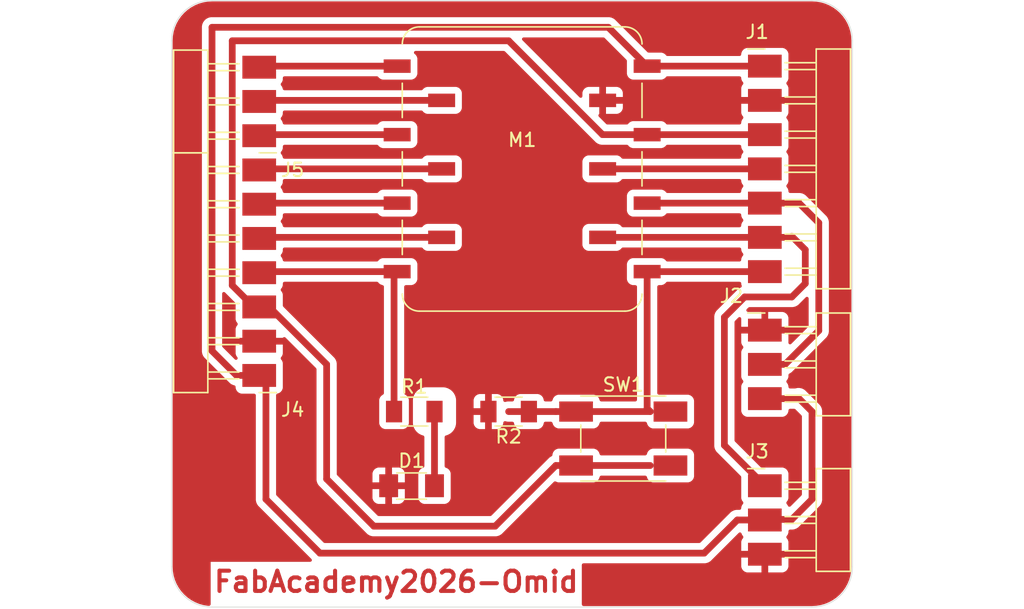
<source format=kicad_pcb>
(kicad_pcb (version 20241229) (generator "pcbnew") (generator_version "9.0")
  (layers (0 "F.Cu" signal) (2 "B.Cu" signal) (13 "F.Paste" user) (15 "B.Paste" user) (5 "F.SilkS" user "F.Silkscreen") (7 "B.SilkS" user "B.Silkscreen") (1 "F.Mask" user) (3 "B.Mask" user) (25 "Edge.Cuts" user))
  (net 0 "")
  (net 1 "PWR_GND")
  (net 2 "Net-(D1-A)")
  (net 3 "PWR_5V")
  (net 4 "/D10")
  (net 5 "PWR_3V3")
  (net 6 "/D8")
  (net 7 "/D9")
  (net 8 "/D7")
  (net 9 "/D6")
  (net 10 "/SDA")
  (net 11 "/SCL")
  (net 12 "/D3")
  (net 13 "/D0")
  (net 14 "/D2")
  (net 15 "/D1")
  (footprint "PCM_fab:Module_XIAO_Generic_SocketSMD" (layer "F.Cu") (at 142 87)
    (property "Reference" "M1" (at 0.0025 -2.149 0) (layer "F.SilkS"))
    (property "Value" "Module_XIAO_Generic_SocketSMD")
    (fp_line (start -8.89 -6.35) (end -8.89 -3.81) (stroke (width 0.12)) (layer "F.SilkS"))
    (fp_line (start -8.89 -1.27) (end -8.89 1.27) (stroke (width 0.12)) (layer "F.SilkS"))
    (fp_line (start -8.89 3.81) (end -8.89 6.35) (stroke (width 0.12)) (layer "F.SilkS"))
    (fp_line (start -7.6175 -10.531) (end 7.6225 -10.531) (stroke (width 0.12)) (layer "F.SilkS"))
    (fp_line (start 7.6225 10.551) (end -7.6175 10.551) (stroke (width 0.12)) (layer "F.SilkS"))
    (fp_line (start 8.89 -6.35) (end 8.89 -3.81) (stroke (width 0.12)) (layer "F.SilkS"))
    (fp_line (start 8.89 -1.27) (end 8.89 1.27) (stroke (width 0.12)) (layer "F.SilkS"))
    (fp_line (start 8.89 3.81) (end 8.89 6.35) (stroke (width 0.12)) (layer "F.SilkS"))
    (fp_arc (start -8.8875 -9.261) (mid -8.515526 -10.159026) (end -7.6175 -10.531) (stroke (width 0.12)) (layer "F.SilkS"))
    (fp_arc (start -7.6175 10.551) (mid -8.515526 10.179026) (end -8.8875 9.281) (stroke (width 0.12)) (layer "F.SilkS"))
    (fp_arc (start 7.6225 -10.531) (mid 8.520526 -10.159026) (end 8.8925 -9.261) (stroke (width 0.12)) (layer "F.SilkS"))
    (fp_arc (start 8.8925 9.281) (mid 8.520526 10.179026) (end 7.6225 10.551) (stroke (width 0.12)) (layer "F.SilkS"))
    (pad "1" smd rect (at -9.27 -7.62) (size 2 1) (layers "F.Cu" "F.Mask" "F.Paste") (net 13 "/D0"))
    (pad "2" smd rect (at -5.97 -5.08) (size 2 1) (layers "F.Cu" "F.Mask" "F.Paste") (net 15 "/D1"))
    (pad "3" smd rect (at -9.27 -2.54) (size 2 1) (layers "F.Cu" "F.Mask" "F.Paste") (net 14 "/D2"))
    (pad "4" smd rect (at -5.97 0) (size 2 1) (layers "F.Cu" "F.Mask" "F.Paste") (net 12 "/D3"))
    (pad "5" smd rect (at -9.27 2.54) (size 2 1) (layers "F.Cu" "F.Mask" "F.Paste") (net 10 "/SDA"))
    (pad "6" smd rect (at -5.97 5.08) (size 2 1) (layers "F.Cu" "F.Mask" "F.Paste") (net 11 "/SCL"))
    (pad "7" smd rect (at -9.27 7.62) (size 2 1) (layers "F.Cu" "F.Mask" "F.Paste") (net 9 "/D6"))
    (pad "8" smd rect (at 9.27 7.62) (size 2 1) (layers "F.Cu" "F.Mask" "F.Paste") (net 8 "/D7"))
    (pad "9" smd rect (at 5.97 5.08) (size 2 1) (layers "F.Cu" "F.Mask" "F.Paste") (net 6 "/D8"))
    (pad "10" smd rect (at 9.27 2.54) (size 2 1) (layers "F.Cu" "F.Mask" "F.Paste") (net 7 "/D9"))
    (pad "11" smd rect (at 5.97 0) (size 2 1) (layers "F.Cu" "F.Mask" "F.Paste") (net 4 "/D10"))
    (pad "12" smd rect (at 9.27 -2.54) (size 2 1) (layers "F.Cu" "F.Mask" "F.Paste") (net 5 "PWR_3V3"))
    (pad "13" smd rect (at 5.97 -5.08) (size 2 1) (layers "F.Cu" "F.Mask" "F.Paste") (net 1 "PWR_GND"))
    (pad "14" smd rect (at 9.27 -7.62) (size 2 1) (layers "F.Cu" "F.Mask" "F.Paste") (net 3 "PWR_5V"))
  )
  (footprint "PCM_fab:LED_1206" (layer "F.Cu") (at 133.8 110.5)
    (property "Reference" "D1" (at 0 -1.85 0) (layer "F.SilkS"))
    (property "Value" "LED_1206")
    (fp_line (start -1.1 -0.95) (end 1.1 -0.95) (stroke (width 0.12)) (layer "F.SilkS"))
    (fp_line (start -1.1 1) (end 1.1 1) (stroke (width 0.12)) (layer "F.SilkS"))
    (pad "1" smd rect (at -1.7 0) (size 1.4 1.7) (layers "F.Cu" "F.Mask" "F.Paste") (net 1 "PWR_GND"))
    (pad "2" smd rect (at 1.7 0) (size 1.4 1.7) (layers "F.Cu" "F.Mask" "F.Paste") (net 2 "Net-(D1-A)"))
  )
  (footprint "PCM_fab:PinHeader_01x07_P2.54mm_Horizontal_SMD" (layer "F.Cu") (at 160 79.38)
    (property "Reference" "J1" (at -1.524 -2.54 180) (layer "F.SilkS") (effects (justify left)))
    (property "Value" "PinHeader_01x07_P2.54mm_Horizontal_SMD")
    (fp_line (start -1.27 -1.27) (end 0 -1.27) (stroke (width 0.12)) (layer "F.SilkS"))
    (fp_line (start 3.81 -1.27) (end 6.35 -1.27) (stroke (width 0.12)) (layer "F.SilkS"))
    (fp_line (start 3.81 -0.254) (end 1.5 -0.254) (stroke (width 0.12)) (layer "F.SilkS"))
    (fp_line (start 3.81 0.254) (end 1.5 0.254) (stroke (width 0.12)) (layer "F.SilkS"))
    (fp_line (start 3.81 2.286) (end 1.5 2.286) (stroke (width 0.12)) (layer "F.SilkS"))
    (fp_line (start 3.81 2.794) (end 1.5 2.794) (stroke (width 0.12)) (layer "F.SilkS"))
    (fp_line (start 3.81 4.826) (end 1.5 4.826) (stroke (width 0.12)) (layer "F.SilkS"))
    (fp_line (start 3.81 5.334) (end 1.5 5.334) (stroke (width 0.12)) (layer "F.SilkS"))
    (fp_line (start 3.81 7.366) (end 1.5 7.366) (stroke (width 0.12)) (layer "F.SilkS"))
    (fp_line (start 3.81 7.874) (end 1.5 7.874) (stroke (width 0.12)) (layer "F.SilkS"))
    (fp_line (start 3.81 9.906) (end 1.5 9.906) (stroke (width 0.12)) (layer "F.SilkS"))
    (fp_line (start 3.81 10.414) (end 1.5 10.414) (stroke (width 0.12)) (layer "F.SilkS"))
    (fp_line (start 3.81 12.446) (end 1.5 12.446) (stroke (width 0.12)) (layer "F.SilkS"))
    (fp_line (start 3.81 12.954) (end 1.5 12.954) (stroke (width 0.12)) (layer "F.SilkS"))
    (fp_line (start 3.81 14.986) (end 1.5 14.986) (stroke (width 0.12)) (layer "F.SilkS"))
    (fp_line (start 3.81 15.494) (end 1.5 15.494) (stroke (width 0.12)) (layer "F.SilkS"))
    (fp_line (start 3.81 16.51) (end 3.81 -1.27) (stroke (width 0.12)) (layer "F.SilkS"))
    (fp_line (start 6.35 -1.27) (end 6.35 16.51) (stroke (width 0.12)) (layer "F.SilkS"))
    (fp_line (start 6.35 16.51) (end 3.81 16.51) (stroke (width 0.12)) (layer "F.SilkS"))
    (pad "1" smd rect (at 0 0) (size 2.5 1.7) (layers "F.Cu" "F.Mask" "F.Paste") (net 3 "PWR_5V"))
    (pad "2" smd rect (at 0 2.54) (size 2.5 1.7) (layers "F.Cu" "F.Mask" "F.Paste") (net 1 "PWR_GND"))
    (pad "3" smd rect (at 0 5.08) (size 2.5 1.7) (layers "F.Cu" "F.Mask" "F.Paste") (net 5 "PWR_3V3"))
    (pad "4" smd rect (at 0 7.62) (size 2.5 1.7) (layers "F.Cu" "F.Mask" "F.Paste") (net 4 "/D10"))
    (pad "5" smd rect (at 0 10.16) (size 2.5 1.7) (layers "F.Cu" "F.Mask" "F.Paste") (net 7 "/D9"))
    (pad "6" smd rect (at 0 12.7) (size 2.5 1.7) (layers "F.Cu" "F.Mask" "F.Paste") (net 6 "/D8"))
    (pad "7" smd rect (at 0 15.24) (size 2.5 1.7) (layers "F.Cu" "F.Mask" "F.Paste") (net 8 "/D7"))
  )
  (footprint "PCM_fab:R_1206" (layer "F.Cu") (at 134 105)
    (property "Reference" "R1" (at 0 -1.85 0) (layer "F.SilkS"))
    (property "Value" "R_1206")
    (fp_line (start -1 -1.07) (end 1 -1.07) (stroke (width 0.12)) (layer "F.SilkS"))
    (fp_line (start 1 1.07) (end -1 1.07) (stroke (width 0.12)) (layer "F.SilkS"))
    (pad "1" smd rect (at -1.5 0) (size 1.2 1.6) (layers "F.Cu" "F.Mask" "F.Paste") (net 9 "/D6"))
    (pad "2" smd rect (at 1.5 0) (size 1.2 1.6) (layers "F.Cu" "F.Mask" "F.Paste") (net 2 "Net-(D1-A)") (clearance 1))
  )
  (footprint "PCM_fab:PinHeader_01x03_P2.54mm_Horizontal_SMD" (layer "F.Cu") (at 160 110.5)
    (property "Reference" "J3" (at -1.524 -2.54 180) (layer "F.SilkS") (effects (justify left)))
    (property "Value" "PinHeader_01x03_P2.54mm_Horizontal_SMD")
    (fp_line (start -1.27 -1.27) (end 0 -1.27) (stroke (width 0.12)) (layer "F.SilkS"))
    (fp_line (start 3.81 -1.27) (end 6.35 -1.27) (stroke (width 0.12)) (layer "F.SilkS"))
    (fp_line (start 3.81 -0.254) (end 1.5 -0.254) (stroke (width 0.12)) (layer "F.SilkS"))
    (fp_line (start 3.81 0.254) (end 1.5 0.254) (stroke (width 0.12)) (layer "F.SilkS"))
    (fp_line (start 3.81 2.286) (end 1.5 2.286) (stroke (width 0.12)) (layer "F.SilkS"))
    (fp_line (start 3.81 2.794) (end 1.5 2.794) (stroke (width 0.12)) (layer "F.SilkS"))
    (fp_line (start 3.81 4.826) (end 1.5 4.826) (stroke (width 0.12)) (layer "F.SilkS"))
    (fp_line (start 3.81 5.334) (end 1.5 5.334) (stroke (width 0.12)) (layer "F.SilkS"))
    (fp_line (start 3.81 6.35) (end 3.81 -1.27) (stroke (width 0.12)) (layer "F.SilkS"))
    (fp_line (start 6.35 -1.27) (end 6.35 6.35) (stroke (width 0.12)) (layer "F.SilkS"))
    (fp_line (start 6.35 6.35) (end 3.81 6.35) (stroke (width 0.12)) (layer "F.SilkS"))
    (pad "1" smd rect (at 0 0) (size 2.5 1.7) (layers "F.Cu" "F.Mask" "F.Paste") (net 6 "/D8"))
    (pad "2" smd rect (at 0 2.54) (size 2.5 1.7) (layers "F.Cu" "F.Mask" "F.Paste") (net 3 "PWR_5V"))
    (pad "3" smd rect (at 0 5.08) (size 2.5 1.7) (layers "F.Cu" "F.Mask" "F.Paste") (net 1 "PWR_GND"))
  )
  (footprint "PCM_fab:PinHeader_01x03_P2.54mm_Horizontal_SMD" (layer "F.Cu") (at 122.5 84.54 180)
    (property "Reference" "J5" (at -1.524 -2.54 0) (layer "F.SilkS") (effects (justify left)))
    (property "Value" "PinHeader_01x03_P2.54mm_Horizontal_SMD")
    (fp_line (start 6.35 6.35) (end 3.81 6.35) (stroke (width 0.12)) (layer "F.SilkS"))
    (fp_line (start 6.35 -1.27) (end 6.35 6.35) (stroke (width 0.12)) (layer "F.SilkS"))
    (fp_line (start 3.81 6.35) (end 3.81 -1.27) (stroke (width 0.12)) (layer "F.SilkS"))
    (fp_line (start 3.81 5.334) (end 1.5 5.334) (stroke (width 0.12)) (layer "F.SilkS"))
    (fp_line (start 3.81 4.826) (end 1.5 4.826) (stroke (width 0.12)) (layer "F.SilkS"))
    (fp_line (start 3.81 2.794) (end 1.5 2.794) (stroke (width 0.12)) (layer "F.SilkS"))
    (fp_line (start 3.81 2.286) (end 1.5 2.286) (stroke (width 0.12)) (layer "F.SilkS"))
    (fp_line (start 3.81 0.254) (end 1.5 0.254) (stroke (width 0.12)) (layer "F.SilkS"))
    (fp_line (start 3.81 -0.254) (end 1.5 -0.254) (stroke (width 0.12)) (layer "F.SilkS"))
    (fp_line (start 3.81 -1.27) (end 6.35 -1.27) (stroke (width 0.12)) (layer "F.SilkS"))
    (fp_line (start -1.27 -1.27) (end 0 -1.27) (stroke (width 0.12)) (layer "F.SilkS"))
    (pad "1" smd rect (at 0 0 180) (size 2.5 1.7) (layers "F.Cu" "F.Mask" "F.Paste") (net 14 "/D2"))
    (pad "2" smd rect (at 0 2.54 180) (size 2.5 1.7) (layers "F.Cu" "F.Mask" "F.Paste") (net 15 "/D1"))
    (pad "3" smd rect (at 0 5.08 180) (size 2.5 1.7) (layers "F.Cu" "F.Mask" "F.Paste") (net 13 "/D0"))
  )
  (footprint "PCM_fab:PinHeader_01x03_P2.54mm_Horizontal_SMD" (layer "F.Cu") (at 160 98.96)
    (property "Reference" "J2" (at -1.524 -2.54 0) (layer "F.SilkS") (effects (justify right)))
    (property "Value" "PinHeader_01x03_P2.54mm_Horizontal_SMD")
    (fp_line (start -1.27 -1.27) (end 0 -1.27) (stroke (width 0.12)) (layer "F.SilkS"))
    (fp_line (start 3.81 -1.27) (end 6.35 -1.27) (stroke (width 0.12)) (layer "F.SilkS"))
    (fp_line (start 3.81 -0.254) (end 1.5 -0.254) (stroke (width 0.12)) (layer "F.SilkS"))
    (fp_line (start 3.81 0.254) (end 1.5 0.254) (stroke (width 0.12)) (layer "F.SilkS"))
    (fp_line (start 3.81 2.286) (end 1.5 2.286) (stroke (width 0.12)) (layer "F.SilkS"))
    (fp_line (start 3.81 2.794) (end 1.5 2.794) (stroke (width 0.12)) (layer "F.SilkS"))
    (fp_line (start 3.81 4.826) (end 1.5 4.826) (stroke (width 0.12)) (layer "F.SilkS"))
    (fp_line (start 3.81 5.334) (end 1.5 5.334) (stroke (width 0.12)) (layer "F.SilkS"))
    (fp_line (start 3.81 6.35) (end 3.81 -1.27) (stroke (width 0.12)) (layer "F.SilkS"))
    (fp_line (start 6.35 -1.27) (end 6.35 6.35) (stroke (width 0.12)) (layer "F.SilkS"))
    (fp_line (start 6.35 6.35) (end 3.81 6.35) (stroke (width 0.12)) (layer "F.SilkS"))
    (pad "1" smd rect (at 0 0) (size 2.5 1.7) (layers "F.Cu" "F.Mask" "F.Paste") (net 1 "PWR_GND"))
    (pad "2" smd rect (at 0 2.54) (size 2.5 1.7) (layers "F.Cu" "F.Mask" "F.Paste") (net 7 "/D9"))
    (pad "3" smd rect (at 0 5.08) (size 2.5 1.7) (layers "F.Cu" "F.Mask" "F.Paste") (net 3 "PWR_5V"))
  )
  (footprint "PCM_fab:Button_Omron_B3SN_6.0x6.0mm" (layer "F.Cu") (at 149.5 107)
    (property "Reference" "SW1" (at 0 -4 0) (layer "F.SilkS"))
    (property "Value" "Switch_Tactile_Omron")
    (fp_line (start -3.15 -3.15) (end 3.15 -3.15) (stroke (width 0.12)) (layer "F.SilkS"))
    (fp_line (start -3.15 1) (end -3.15 -1) (stroke (width 0.12)) (layer "F.SilkS"))
    (fp_line (start 3.15 -1) (end 3.15 1) (stroke (width 0.12)) (layer "F.SilkS"))
    (fp_line (start 3.15 3.15) (end -3.15 3.15) (stroke (width 0.12)) (layer "F.SilkS"))
    (pad "1" smd rect (at -3.5 -2) (size 2.5 1.5) (layers "F.Cu" "F.Mask" "F.Paste") (net 8 "/D7"))
    (pad "1" smd rect (at 3.5 -2) (size 2.5 1.5) (layers "F.Cu" "F.Mask" "F.Paste") (net 8 "/D7"))
    (pad "2" smd rect (at -3.5 2) (size 2.5 1.5) (layers "F.Cu" "F.Mask" "F.Paste") (net 5 "PWR_3V3"))
    (pad "2" smd rect (at 3.5 2) (size 2.5 1.5) (layers "F.Cu" "F.Mask" "F.Paste") (net 5 "PWR_3V3"))
  )
  (footprint "PCM_fab:R_1206" (layer "F.Cu") (at 141 105 180)
    (property "Reference" "R2" (at 0 -1.85 0) (layer "F.SilkS"))
    (property "Value" "R_1206")
    (fp_line (start 1 1.07) (end -1 1.07) (stroke (width 0.12)) (layer "F.SilkS"))
    (fp_line (start -1 -1.07) (end 1 -1.07) (stroke (width 0.12)) (layer "F.SilkS"))
    (pad "1" smd rect (at -1.5 0 180) (size 1.2 1.6) (layers "F.Cu" "F.Mask" "F.Paste") (net 8 "/D7"))
    (pad "2" smd rect (at 1.5 0 180) (size 1.2 1.6) (layers "F.Cu" "F.Mask" "F.Paste") (net 1 "PWR_GND"))
  )
  (footprint "PCM_fab:PinHeader_01x07_P2.54mm_Horizontal_SMD" (layer "F.Cu") (at 122.5 102.32 180)
    (property "Reference" "J4" (at -1.524 -2.54 0) (layer "F.SilkS") (effects (justify left)))
    (property "Value" "PinHeader_01x07_P2.54mm_Horizontal_SMD")
    (fp_line (start 6.35 16.51) (end 3.81 16.51) (stroke (width 0.12)) (layer "F.SilkS"))
    (fp_line (start 6.35 -1.27) (end 6.35 16.51) (stroke (width 0.12)) (layer "F.SilkS"))
    (fp_line (start 3.81 16.51) (end 3.81 -1.27) (stroke (width 0.12)) (layer "F.SilkS"))
    (fp_line (start 3.81 15.494) (end 1.5 15.494) (stroke (width 0.12)) (layer "F.SilkS"))
    (fp_line (start 3.81 14.986) (end 1.5 14.986) (stroke (width 0.12)) (layer "F.SilkS"))
    (fp_line (start 3.81 12.954) (end 1.5 12.954) (stroke (width 0.12)) (layer "F.SilkS"))
    (fp_line (start 3.81 12.446) (end 1.5 12.446) (stroke (width 0.12)) (layer "F.SilkS"))
    (fp_line (start 3.81 10.414) (end 1.5 10.414) (stroke (width 0.12)) (layer "F.SilkS"))
    (fp_line (start 3.81 9.906) (end 1.5 9.906) (stroke (width 0.12)) (layer "F.SilkS"))
    (fp_line (start 3.81 7.874) (end 1.5 7.874) (stroke (width 0.12)) (layer "F.SilkS"))
    (fp_line (start 3.81 7.366) (end 1.5 7.366) (stroke (width 0.12)) (layer "F.SilkS"))
    (fp_line (start 3.81 5.334) (end 1.5 5.334) (stroke (width 0.12)) (layer "F.SilkS"))
    (fp_line (start 3.81 4.826) (end 1.5 4.826) (stroke (width 0.12)) (layer "F.SilkS"))
    (fp_line (start 3.81 2.794) (end 1.5 2.794) (stroke (width 0.12)) (layer "F.SilkS"))
    (fp_line (start 3.81 2.286) (end 1.5 2.286) (stroke (width 0.12)) (layer "F.SilkS"))
    (fp_line (start 3.81 0.254) (end 1.5 0.254) (stroke (width 0.12)) (layer "F.SilkS"))
    (fp_line (start 3.81 -0.254) (end 1.5 -0.254) (stroke (width 0.12)) (layer "F.SilkS"))
    (fp_line (start 3.81 -1.27) (end 6.35 -1.27) (stroke (width 0.12)) (layer "F.SilkS"))
    (fp_line (start -1.27 -1.27) (end 0 -1.27) (stroke (width 0.12)) (layer "F.SilkS"))
    (pad "1" smd rect (at 0 0 180) (size 2.5 1.7) (layers "F.Cu" "F.Mask" "F.Paste") (net 3 "PWR_5V"))
    (pad "2" smd rect (at 0 2.54 180) (size 2.5 1.7) (layers "F.Cu" "F.Mask" "F.Paste") (net 1 "PWR_GND"))
    (pad "3" smd rect (at 0 5.08 180) (size 2.5 1.7) (layers "F.Cu" "F.Mask" "F.Paste") (net 5 "PWR_3V3"))
    (pad "4" smd rect (at 0 7.62 180) (size 2.5 1.7) (layers "F.Cu" "F.Mask" "F.Paste") (net 9 "/D6"))
    (pad "5" smd rect (at 0 10.16 180) (size 2.5 1.7) (layers "F.Cu" "F.Mask" "F.Paste") (net 11 "/SCL"))
    (pad "6" smd rect (at 0 12.7 180) (size 2.5 1.7) (layers "F.Cu" "F.Mask" "F.Paste") (net 10 "/SDA"))
    (pad "7" smd rect (at 0 15.24 180) (size 2.5 1.7) (layers "F.Cu" "F.Mask" "F.Paste") (net 12 "/D3"))
  )
  (gr_arc (start 166.5 116.5) (mid 165.62132 118.62132) (end 163.5 119.5) (stroke (width 0.05)) (layer "Edge.Cuts"))
  (gr_arc (start 116 77.5) (mid 116.87868 75.37868) (end 119 74.5) (stroke (width 0.05)) (layer "Edge.Cuts"))
  (gr_line (start 119 74.5) (end 163.5 74.5) (stroke (width 0.05)) (layer "Edge.Cuts"))
  (gr_line (start 163.5 119.5) (end 119 119.5) (stroke (width 0.05)) (layer "Edge.Cuts"))
  (gr_line (start 116 116.5) (end 116 77.5) (stroke (width 0.05)) (layer "Edge.Cuts"))
  (gr_arc (start 119 119.5) (mid 116.87868 118.62132) (end 116 116.5) (stroke (width 0.05)) (layer "Edge.Cuts"))
  (gr_line (start 166.5 77.5) (end 166.5 116.5) (stroke (width 0.05)) (layer "Edge.Cuts"))
  (gr_arc (start 163.5 74.5) (mid 165.62132 75.37868) (end 166.5 77.5) (stroke (width 0.05)) (layer "Edge.Cuts"))
  (gr_text "FabAcademy2026-Omid" (at 119 118.5 0) (layer "F.Cu") (effects (font (size 1.5 1.5) (thickness 0.3) (bold yes)) (justify left bottom)))
  (segment (start 135.5 105) (end 135.5 110.5) (width 0.5) (layer "F.Cu") (net 2))
  (segment (start 162.5 104) (end 163.5 105) (width 0.5) (layer "F.Cu") (net 3))
  (segment (start 123 111.5) (end 123 102.64) (width 0.5) (layer "F.Cu") (net 3))
  (segment (start 127 115.5) (end 123 111.5) (width 0.5) (layer "F.Cu") (net 3))
  (segment (start 123 102.64) (end 123.32 102.32) (width 0.5) (layer "F.Cu") (net 3))
  (segment (start 162.46 104.04) (end 162.5 104) (width 0.5) (layer "F.Cu") (net 3))
  (segment (start 120.82 102.32) (end 119 100.5) (width 0.5) (layer "F.Cu") (net 3))
  (segment (start 119 76.5) (end 119 100.5) (width 0.5) (layer "F.Cu") (net 3))
  (segment (start 160 104.04) (end 162.46 104.04) (width 0.5) (layer "F.Cu") (net 3))
  (segment (start 160.04 113) (end 160 113.04) (width 0.5) (layer "F.Cu") (net 3))
  (segment (start 157.96 113.04) (end 155.5 115.5) (width 0.5) (layer "F.Cu") (net 3))
  (segment (start 122.5 102.32) (end 120.82 102.32) (width 0.5) (layer "F.Cu") (net 3))
  (segment (start 162 113) (end 160.04 113) (width 0.5) (layer "F.Cu") (net 3))
  (segment (start 155.5 115.5) (end 127 115.5) (width 0.5) (layer "F.Cu") (net 3))
  (segment (start 163.5 105) (end 163.5 111.5) (width 0.5) (layer "F.Cu") (net 3))
  (segment (start 160 113.04) (end 157.96 113.04) (width 0.5) (layer "F.Cu") (net 3))
  (segment (start 151.27 79.38) (end 148.39 76.5) (width 0.5) (layer "F.Cu") (net 3))
  (segment (start 148.39 76.5) (end 119 76.5) (width 0.5) (layer "F.Cu") (net 3))
  (segment (start 123.32 102.32) (end 122.5 102.32) (width 0.5) (layer "F.Cu") (net 3))
  (segment (start 160 79.38) (end 151.27 79.38) (width 0.5) (layer "F.Cu") (net 3))
  (segment (start 163.5 111.5) (end 162 113) (width 0.5) (layer "F.Cu") (net 3))
  (segment (start 160 87) (end 147.97 87) (width 0.5) (layer "F.Cu") (net 4))
  (segment (start 141 77.5) (end 120.5 77.5) (width 0.5) (layer "F.Cu") (net 5))
  (segment (start 123.24 97.24) (end 127.5 101.5) (width 0.5) (layer "F.Cu") (net 5))
  (segment (start 140 113.5) (end 144.5 109) (width 0.5) (layer "F.Cu") (net 5))
  (segment (start 127.5 101.5) (end 127.5 110) (width 0.5) (layer "F.Cu") (net 5))
  (segment (start 120.5 95.64) (end 122.1 97.24) (width 0.5) (layer "F.Cu") (net 5))
  (segment (start 122.1 97.24) (end 122.5 97.24) (width 0.5) (layer "F.Cu") (net 5))
  (segment (start 127.5 110) (end 131 113.5) (width 0.5) (layer "F.Cu") (net 5))
  (segment (start 144.5 109) (end 151.5 109) (width 0.5) (layer "F.Cu") (net 5))
  (segment (start 122.5 97.24) (end 123.24 97.24) (width 0.5) (layer "F.Cu") (net 5))
  (segment (start 151.27 84.46) (end 147.96 84.46) (width 0.5) (layer "F.Cu") (net 5))
  (segment (start 131 113.5) (end 140 113.5) (width 0.5) (layer "F.Cu") (net 5))
  (segment (start 160 84.46) (end 151.27 84.46) (width 0.5) (layer "F.Cu") (net 5))
  (segment (start 120.5 77.5) (end 120.5 95.64) (width 0.5) (layer "F.Cu") (net 5))
  (segment (start 147.96 84.46) (end 141 77.5) (width 0.5) (layer "F.Cu") (net 5))
  (segment (start 157 107.5) (end 160 110.5) (width 0.5) (layer "F.Cu") (net 6))
  (segment (start 162 92) (end 163 93) (width 0.5) (layer "F.Cu") (net 6))
  (segment (start 163 95.5) (end 162 96.5) (width 0.5) (layer "F.Cu") (net 6))
  (segment (start 161.92 92.08) (end 162 92) (width 0.5) (layer "F.Cu") (net 6))
  (segment (start 162 96.5) (end 158.5 96.5) (width 0.5) (layer "F.Cu") (net 6))
  (segment (start 157 98) (end 157 107.5) (width 0.5) (layer "F.Cu") (net 6))
  (segment (start 160 92.08) (end 161.92 92.08) (width 0.5) (layer "F.Cu") (net 6))
  (segment (start 160 92.08) (end 147.97 92.08) (width 0.5) (layer "F.Cu") (net 6))
  (segment (start 158.5 96.5) (end 157 98) (width 0.5) (layer "F.Cu") (net 6))
  (segment (start 163 93) (end 163 95.5) (width 0.5) (layer "F.Cu") (net 6))
  (segment (start 160 89.54) (end 162.54 89.54) (width 0.5) (layer "F.Cu") (net 7))
  (segment (start 161.5 101.5) (end 160 101.5) (width 0.5) (layer "F.Cu") (net 7))
  (segment (start 160 89.54) (end 160.04 89.5) (width 0.5) (layer "F.Cu") (net 7))
  (segment (start 164 91) (end 164 99) (width 0.5) (layer "F.Cu") (net 7))
  (segment (start 162.54 89.54) (end 164 91) (width 0.5) (layer "F.Cu") (net 7))
  (segment (start 164 99) (end 161.5 101.5) (width 0.5) (layer "F.Cu") (net 7))
  (segment (start 160 89.54) (end 151.27 89.54) (width 0.5) (layer "F.Cu") (net 7))
  (segment (start 144.5 105) (end 141 105) (width 0.5) (layer "F.Cu") (net 8))
  (segment (start 160 94.62) (end 151.27 94.62) (width 0.5) (layer "F.Cu") (net 8))
  (segment (start 151.27 104.77) (end 151.5 105) (width 0.5) (layer "F.Cu") (net 8))
  (segment (start 151.27 94.62) (end 151.27 104.77) (width 0.5) (layer "F.Cu") (net 8))
  (segment (start 151.5 105) (end 144.5 105) (width 0.5) (layer "F.Cu") (net 8))
  (segment (start 132.73 94.62) (end 122.58 94.62) (width 0.5) (layer "F.Cu") (net 9))
  (segment (start 132.5 94.85) (end 132.73 94.62) (width 0.5) (layer "F.Cu") (net 9))
  (segment (start 122.58 94.62) (end 122.5 94.7) (width 0.5) (layer "F.Cu") (net 9))
  (segment (start 132.5 105) (end 132.5 94.85) (width 0.5) (layer "F.Cu") (net 9))
  (segment (start 122.58 89.54) (end 122.5 89.62) (width 0.5) (layer "F.Cu") (net 10))
  (segment (start 132.73 89.54) (end 122.58 89.54) (width 0.5) (layer "F.Cu") (net 10))
  (segment (start 122.58 92.08) (end 122.5 92.16) (width 0.5) (layer "F.Cu") (net 11))
  (segment (start 136.03 92.08) (end 122.58 92.08) (width 0.5) (layer "F.Cu") (net 11))
  (segment (start 122.92 87) (end 122.5 87.42) (width 0.5) (layer "F.Cu") (net 12))
  (segment (start 136.03 87) (end 122.92 87) (width 0.5) (layer "F.Cu") (net 12))
  (segment (start 132.73 79.38) (end 122.58 79.38) (width 0.5) (layer "F.Cu") (net 13))
  (segment (start 122.58 79.38) (end 122.5 79.46) (width 0.5) (layer "F.Cu") (net 13))
  (segment (start 122.58 84.46) (end 122.5 84.54) (width 0.5) (layer "F.Cu") (net 14))
  (segment (start 132.73 84.46) (end 122.58 84.46) (width 0.5) (layer "F.Cu") (net 14))
  (segment (start 136.03 81.92) (end 122.58 81.92) (width 0.5) (layer "F.Cu") (net 15))
  (segment (start 122.58 81.92) (end 122.5 82) (width 0.5) (layer "F.Cu") (net 15))
  (zone (net 1) (net_name "PWR_GND") (layer "F.Cu") (priority 1) (connect_pads (clearance 0.5)) (min_thickness 0.25) (fill yes (thermal_gap 0.5) (thermal_bridge_width 0.5))
    (polygon (pts (xy 116 74.5) (xy 166.5 74.5) (xy 166.5 119.5) (xy 116 119.5)))
  )
)
</source>
